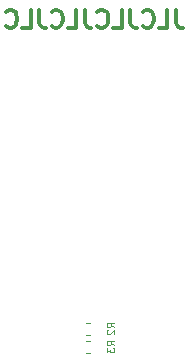
<source format=gbo>
G04 #@! TF.GenerationSoftware,KiCad,Pcbnew,(5.1.6)-1*
G04 #@! TF.CreationDate,2021-01-10T11:39:08+11:00*
G04 #@! TF.ProjectId,mPCIe-GNSS,6d504349-652d-4474-9e53-532e6b696361,1*
G04 #@! TF.SameCoordinates,Original*
G04 #@! TF.FileFunction,Legend,Bot*
G04 #@! TF.FilePolarity,Positive*
%FSLAX46Y46*%
G04 Gerber Fmt 4.6, Leading zero omitted, Abs format (unit mm)*
G04 Created by KiCad (PCBNEW (5.1.6)-1) date 2021-01-10 11:39:08*
%MOMM*%
%LPD*%
G01*
G04 APERTURE LIST*
%ADD10C,0.300000*%
%ADD11C,0.120000*%
%ADD12C,0.100000*%
G04 APERTURE END LIST*
D10*
X139008571Y-85538571D02*
X139008571Y-86610000D01*
X139080000Y-86824285D01*
X139222857Y-86967142D01*
X139437142Y-87038571D01*
X139580000Y-87038571D01*
X137580000Y-87038571D02*
X138294285Y-87038571D01*
X138294285Y-85538571D01*
X136222857Y-86895714D02*
X136294285Y-86967142D01*
X136508571Y-87038571D01*
X136651428Y-87038571D01*
X136865714Y-86967142D01*
X137008571Y-86824285D01*
X137080000Y-86681428D01*
X137151428Y-86395714D01*
X137151428Y-86181428D01*
X137080000Y-85895714D01*
X137008571Y-85752857D01*
X136865714Y-85610000D01*
X136651428Y-85538571D01*
X136508571Y-85538571D01*
X136294285Y-85610000D01*
X136222857Y-85681428D01*
X135151428Y-85538571D02*
X135151428Y-86610000D01*
X135222857Y-86824285D01*
X135365714Y-86967142D01*
X135580000Y-87038571D01*
X135722857Y-87038571D01*
X133722857Y-87038571D02*
X134437142Y-87038571D01*
X134437142Y-85538571D01*
X132365714Y-86895714D02*
X132437142Y-86967142D01*
X132651428Y-87038571D01*
X132794285Y-87038571D01*
X133008571Y-86967142D01*
X133151428Y-86824285D01*
X133222857Y-86681428D01*
X133294285Y-86395714D01*
X133294285Y-86181428D01*
X133222857Y-85895714D01*
X133151428Y-85752857D01*
X133008571Y-85610000D01*
X132794285Y-85538571D01*
X132651428Y-85538571D01*
X132437142Y-85610000D01*
X132365714Y-85681428D01*
X131294285Y-85538571D02*
X131294285Y-86610000D01*
X131365714Y-86824285D01*
X131508571Y-86967142D01*
X131722857Y-87038571D01*
X131865714Y-87038571D01*
X129865714Y-87038571D02*
X130580000Y-87038571D01*
X130580000Y-85538571D01*
X128508571Y-86895714D02*
X128580000Y-86967142D01*
X128794285Y-87038571D01*
X128937142Y-87038571D01*
X129151428Y-86967142D01*
X129294285Y-86824285D01*
X129365714Y-86681428D01*
X129437142Y-86395714D01*
X129437142Y-86181428D01*
X129365714Y-85895714D01*
X129294285Y-85752857D01*
X129151428Y-85610000D01*
X128937142Y-85538571D01*
X128794285Y-85538571D01*
X128580000Y-85610000D01*
X128508571Y-85681428D01*
X127437142Y-85538571D02*
X127437142Y-86610000D01*
X127508571Y-86824285D01*
X127651428Y-86967142D01*
X127865714Y-87038571D01*
X128008571Y-87038571D01*
X126008571Y-87038571D02*
X126722857Y-87038571D01*
X126722857Y-85538571D01*
X124651428Y-86895714D02*
X124722857Y-86967142D01*
X124937142Y-87038571D01*
X125080000Y-87038571D01*
X125294285Y-86967142D01*
X125437142Y-86824285D01*
X125508571Y-86681428D01*
X125580000Y-86395714D01*
X125580000Y-86181428D01*
X125508571Y-85895714D01*
X125437142Y-85752857D01*
X125294285Y-85610000D01*
X125080000Y-85538571D01*
X124937142Y-85538571D01*
X124722857Y-85610000D01*
X124651428Y-85681428D01*
D11*
X131734779Y-113536000D02*
X131409221Y-113536000D01*
X131734779Y-114556000D02*
X131409221Y-114556000D01*
X131409221Y-113032000D02*
X131734779Y-113032000D01*
X131409221Y-112012000D02*
X131734779Y-112012000D01*
D12*
X133786528Y-113946000D02*
X133500814Y-113746000D01*
X133786528Y-113603142D02*
X133186528Y-113603142D01*
X133186528Y-113831714D01*
X133215100Y-113888857D01*
X133243671Y-113917428D01*
X133300814Y-113946000D01*
X133386528Y-113946000D01*
X133443671Y-113917428D01*
X133472242Y-113888857D01*
X133500814Y-113831714D01*
X133500814Y-113603142D01*
X133186528Y-114146000D02*
X133186528Y-114517428D01*
X133415100Y-114317428D01*
X133415100Y-114403142D01*
X133443671Y-114460285D01*
X133472242Y-114488857D01*
X133529385Y-114517428D01*
X133672242Y-114517428D01*
X133729385Y-114488857D01*
X133757957Y-114460285D01*
X133786528Y-114403142D01*
X133786528Y-114231714D01*
X133757957Y-114174571D01*
X133729385Y-114146000D01*
X133786528Y-112422000D02*
X133500814Y-112222000D01*
X133786528Y-112079142D02*
X133186528Y-112079142D01*
X133186528Y-112307714D01*
X133215100Y-112364857D01*
X133243671Y-112393428D01*
X133300814Y-112422000D01*
X133386528Y-112422000D01*
X133443671Y-112393428D01*
X133472242Y-112364857D01*
X133500814Y-112307714D01*
X133500814Y-112079142D01*
X133243671Y-112650571D02*
X133215100Y-112679142D01*
X133186528Y-112736285D01*
X133186528Y-112879142D01*
X133215100Y-112936285D01*
X133243671Y-112964857D01*
X133300814Y-112993428D01*
X133357957Y-112993428D01*
X133443671Y-112964857D01*
X133786528Y-112622000D01*
X133786528Y-112993428D01*
M02*

</source>
